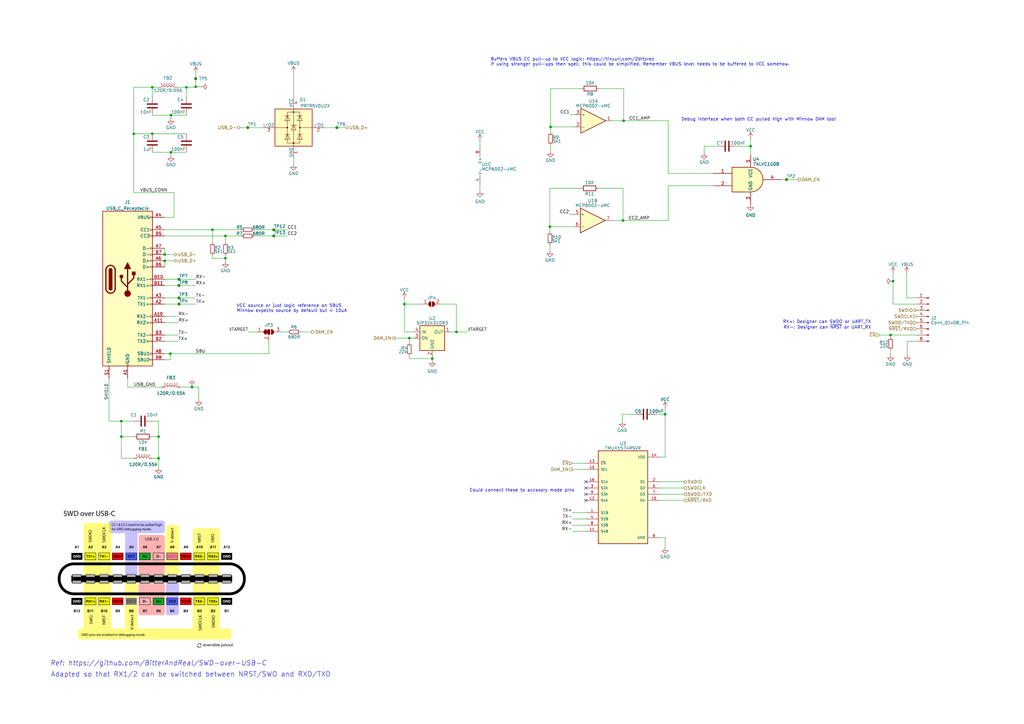
<source format=kicad_sch>
(kicad_sch (version 20230121) (generator eeschema)
  (paper "A3")
  (title_block (title "SWD over DAM (Debug Accessory Mode) Example Board") (date "2023-05-16") (rev "0") (company "JBR Engineering Research Ltd") (comment 1 "J.Whittington 2023") (comment 2 "Based on https://github.com/BitterAndReal/SWD-over-USB-C/blob/main/Schematic_DAM_detection.pdf"))
  (lib_symbols
    (symbol "74xGxx:74LVC1G08"
      (property "Reference" "U" (at -5.08 7.62 0))
      (property "Value" "74LVC1G08" (at 7.62 -7.62 0))
      (symbol "74LVC1G08_0_1"
        (arc (start 0 -5.08) (mid 5.0579 0) (end 0 5.08) (stroke (width 0.254)) (fill (type background)))
        (polyline (pts (xy 0 -5.08) (xy -7.62 -5.08) (xy -7.62 5.08) (xy 0 5.08)) (stroke (width 0.254)) (fill (type background)))
      )
      (symbol "74LVC1G08_1_1"
        (pin input line (at -15.24 2.54 0) (length 7.62) (name "~") (number "1"))
        (pin input line (at -15.24 -2.54 0) (length 7.62) (name "~") (number "2"))
        (pin power_in line (at 0 -10.16 90) (length 5.08) (name "GND") (number "3"))
        (pin output line (at 12.7 0 180) (length 7.62) (name "~") (number "4"))
        (pin power_in line (at 0 10.16 270) (length 5.08) (name "VCC") (number "5"))
      )
    )
    (symbol "Amplifier_Operational:MCP6002-xMC" (pin_names (offset 0.127))
      (property "Reference" "U" (at 0 5.08 0))
      (property "Value" "MCP6002-xMC" (at 0 -5.08 0))
      (symbol "MCP6002-xMC_1_1"
        (polyline (pts (xy -5.08 5.08) (xy 5.08 0) (xy -5.08 -5.08) (xy -5.08 5.08)) (stroke (width 0.254)) (fill (type background)))
        (pin output line (at 7.62 0 180) (length 2.54) (name "~") (number "1"))
        (pin input line (at -7.62 -2.54 0) (length 2.54) (name "-") (number "2"))
        (pin input line (at -7.62 2.54 0) (length 2.54) (name "+") (number "3"))
      )
      (symbol "MCP6002-xMC_2_1"
        (polyline (pts (xy -5.08 5.08) (xy 5.08 0) (xy -5.08 -5.08) (xy -5.08 5.08)) (stroke (width 0.254)) (fill (type background)))
        (pin input line (at -7.62 2.54 0) (length 2.54) (name "+") (number "5"))
        (pin input line (at -7.62 -2.54 0) (length 2.54) (name "-") (number "6"))
        (pin output line (at 7.62 0 180) (length 2.54) (name "~") (number "7"))
      )
      (symbol "MCP6002-xMC_3_1"
        (pin power_in line (at -2.54 -7.62 90) (length 3.81) (name "V-") (number "4"))
        (pin power_in line (at -2.54 7.62 270) (length 3.81) (name "V+") (number "8"))
        (pin passive line (at -2.54 -7.62 90) (length 3.81) hide (name "V-") (number "9"))
      )
    )
    (symbol "Connector:Conn_01x08_Pin" (pin_names (offset 1.016) hide)
      (property "Reference" "J" (at 0 10.16 0))
      (property "Value" "Conn_01x08_Pin" (at 0 -12.7 0))
      (symbol "Conn_01x08_Pin_1_1"
        (polyline (pts (xy 1.27 -10.16) (xy 0.8636 -10.16)) (stroke (width 0.1524)))
        (polyline (pts (xy 1.27 -7.62) (xy 0.8636 -7.62)) (stroke (width 0.1524)))
        (polyline (pts (xy 1.27 -5.08) (xy 0.8636 -5.08)) (stroke (width 0.1524)))
        (polyline (pts (xy 1.27 -2.54) (xy 0.8636 -2.54)) (stroke (width 0.1524)))
        (polyline (pts (xy 1.27 0) (xy 0.8636 0)) (stroke (width 0.1524)))
        (polyline (pts (xy 1.27 2.54) (xy 0.8636 2.54)) (stroke (width 0.1524)))
        (polyline (pts (xy 1.27 5.08) (xy 0.8636 5.08)) (stroke (width 0.1524)))
        (polyline (pts (xy 1.27 7.62) (xy 0.8636 7.62)) (stroke (width 0.1524)))
        (rectangle (start 0.8636 -10.033) (end 0 -10.287) (stroke (width 0.1524)) (fill (type outline)))
        (rectangle (start 0.8636 -7.493) (end 0 -7.747) (stroke (width 0.1524)) (fill (type outline)))
        (rectangle (start 0.8636 -4.953) (end 0 -5.207) (stroke (width 0.1524)) (fill (type outline)))
        (rectangle (start 0.8636 -2.413) (end 0 -2.667) (stroke (width 0.1524)) (fill (type outline)))
        (rectangle (start 0.8636 0.127) (end 0 -0.127) (stroke (width 0.1524)) (fill (type outline)))
        (rectangle (start 0.8636 2.667) (end 0 2.413) (stroke (width 0.1524)) (fill (type outline)))
        (rectangle (start 0.8636 5.207) (end 0 4.953) (stroke (width 0.1524)) (fill (type outline)))
        (rectangle (start 0.8636 7.747) (end 0 7.493) (stroke (width 0.1524)) (fill (type outline)))
        (pin passive line (at 5.08 7.62 180) (length 3.81) (name "Pin_1") (number "1"))
        (pin passive line (at 5.08 5.08 180) (length 3.81) (name "Pin_2") (number "2"))
        (pin passive line (at 5.08 2.54 180) (length 3.81) (name "Pin_3") (number "3"))
        (pin passive line (at 5.08 0 180) (length 3.81) (name "Pin_4") (number "4"))
        (pin passive line (at 5.08 -2.54 180) (length 3.81) (name "Pin_5") (number "5"))
        (pin passive line (at 5.08 -5.08 180) (length 3.81) (name "Pin_6") (number "6"))
        (pin passive line (at 5.08 -7.62 180) (length 3.81) (name "Pin_7") (number "7"))
        (pin passive line (at 5.08 -10.16 180) (length 3.81) (name "Pin_8") (number "8"))
      )
    )
    (symbol "Connector:TestPoint_Small" (pin_numbers hide) (pin_names (offset 0.762) hide)
      (property "Reference" "TP" (at 0 3.81 0))
      (property "Value" "TestPoint_Small" (at 0 2.032 0))
      (symbol "TestPoint_Small_0_1"
        (circle (center 0 0) (radius 0.508))
      )
      (symbol "TestPoint_Small_1_1"
        (pin passive line (at 0 0 90) (length 0) (name "1") (number "1"))
      )
    )
    (symbol "Connector:USB_C_Receptacle" (pin_names (offset 1.016))
      (property "Reference" "J" (at -10.16 29.21 0))
      (property "Value" "USB_C_Receptacle" (at 10.16 29.21 0))
      (symbol "USB_C_Receptacle_0_0"
        (rectangle (start -0.254 -35.56) (end 0.254 -34.544))
        (rectangle (start 10.16 -32.766) (end 9.144 -33.274))
        (rectangle (start 10.16 -30.226) (end 9.144 -30.734))
        (rectangle (start 10.16 -25.146) (end 9.144 -25.654))
        (rectangle (start 10.16 -22.606) (end 9.144 -23.114))
        (rectangle (start 10.16 -17.526) (end 9.144 -18.034))
        (rectangle (start 10.16 -14.986) (end 9.144 -15.494))
        (rectangle (start 10.16 -9.906) (end 9.144 -10.414))
        (rectangle (start 10.16 -7.366) (end 9.144 -7.874))
        (rectangle (start 10.16 -2.286) (end 9.144 -2.794))
        (rectangle (start 10.16 0.254) (end 9.144 -0.254))
        (rectangle (start 10.16 5.334) (end 9.144 4.826))
        (rectangle (start 10.16 7.874) (end 9.144 7.366))
        (rectangle (start 10.16 10.414) (end 9.144 9.906))
        (rectangle (start 10.16 12.954) (end 9.144 12.446))
        (rectangle (start 10.16 18.034) (end 9.144 17.526))
        (rectangle (start 10.16 20.574) (end 9.144 20.066))
        (rectangle (start 10.16 25.654) (end 9.144 25.146))
      )
      (symbol "USB_C_Receptacle_0_1"
        (rectangle (start -10.16 27.94) (end 10.16 -35.56) (stroke (width 0.254)) (fill (type background)))
        (arc (start -8.89 -3.81) (mid -6.985 -5.7067) (end -5.08 -3.81) (stroke (width 0.508)))
        (arc (start -7.62 -3.81) (mid -6.985 -4.4423) (end -6.35 -3.81) (stroke (width 0.254)))
        (arc (start -7.62 -3.81) (mid -6.985 -4.4423) (end -6.35 -3.81) (stroke (width 0.254)) (fill (type outline)))
        (rectangle (start -7.62 -3.81) (end -6.35 3.81) (stroke (width 0.254)) (fill (type outline)))
        (arc (start -6.35 3.81) (mid -6.985 4.4423) (end -7.62 3.81) (stroke (width 0.254)))
        (arc (start -6.35 3.81) (mid -6.985 4.4423) (end -7.62 3.81) (stroke (width 0.254)) (fill (type outline)))
        (arc (start -5.08 3.81) (mid -6.985 5.7067) (end -8.89 3.81) (stroke (width 0.508)))
        (polyline (pts (xy -8.89 -3.81) (xy -8.89 3.81)) (stroke (width 0.508)))
        (polyline (pts (xy -5.08 3.81) (xy -5.08 -3.81)) (stroke (width 0.508)))
      )
      (symbol "USB_C_Receptacle_1_1"
        (circle (center -2.54 1.143) (radius 0.635) (stroke (width 0.254)) (fill (type outline)))
        (circle (center 0 -5.842) (radius 1.27) (fill (type outline)))
        (polyline (pts (xy 0 -5.842) (xy 0 4.318)) (stroke (width 0.508)))
        (polyline (pts (xy 0 -3.302) (xy -2.54 -0.762) (xy -2.54 0.508)) (stroke (width 0.508)))
        (polyline (pts (xy 0 -2.032) (xy 2.54 0.508) (xy 2.54 1.778)) (stroke (width 0.508)))
        (polyline (pts (xy -1.27 4.318) (xy 0 6.858) (xy 1.27 4.318) (xy -1.27 4.318)) (stroke (width 0.254)) (fill (type outline)))
        (rectangle (start 1.905 1.778) (end 3.175 3.048) (stroke (width 0.254)) (fill (type outline)))
        (pin passive line (at 0 -40.64 90) (length 5.08) (name "GND") (number "A1"))
        (pin bidirectional line (at 15.24 -15.24 180) (length 5.08) (name "RX2-") (number "A10"))
        (pin bidirectional line (at 15.24 -17.78 180) (length 5.08) (name "RX2+") (number "A11"))
        (pin passive line (at 0 -40.64 90) (length 5.08) hide (name "GND") (number "A12"))
        (pin bidirectional line (at 15.24 -10.16 180) (length 5.08) (name "TX1+") (number "A2"))
        (pin bidirectional line (at 15.24 -7.62 180) (length 5.08) (name "TX1-") (number "A3"))
        (pin passive line (at 15.24 25.4 180) (length 5.08) (name "VBUS") (number "A4"))
        (pin bidirectional line (at 15.24 20.32 180) (length 5.08) (name "CC1") (number "A5"))
        (pin bidirectional line (at 15.24 7.62 180) (length 5.08) (name "D+") (number "A6"))
        (pin bidirectional line (at 15.24 12.7 180) (length 5.08) (name "D-") (number "A7"))
        (pin bidirectional line (at 15.24 -30.48 180) (length 5.08) (name "SBU1") (number "A8"))
        (pin passive line (at 15.24 25.4 180) (length 5.08) hide (name "VBUS") (number "A9"))
        (pin passive line (at 0 -40.64 90) (length 5.08) hide (name "GND") (number "B1"))
        (pin bidirectional line (at 15.24 0 180) (length 5.08) (name "RX1-") (number "B10"))
        (pin bidirectional line (at 15.24 -2.54 180) (length 5.08) (name "RX1+") (number "B11"))
        (pin passive line (at 0 -40.64 90) (length 5.08) hide (name "GND") (number "B12"))
        (pin bidirectional line (at 15.24 -25.4 180) (length 5.08) (name "TX2+") (number "B2"))
        (pin bidirectional line (at 15.24 -22.86 180) (length 5.08) (name "TX2-") (number "B3"))
        (pin passive line (at 15.24 25.4 180) (length 5.08) hide (name "VBUS") (number "B4"))
        (pin bidirectional line (at 15.24 17.78 180) (length 5.08) (name "CC2") (number "B5"))
        (pin bidirectional line (at 15.24 5.08 180) (length 5.08) (name "D+") (number "B6"))
        (pin bidirectional line (at 15.24 10.16 180) (length 5.08) (name "D-") (number "B7"))
        (pin bidirectional line (at 15.24 -33.02 180) (length 5.08) (name "SBU2") (number "B8"))
        (pin passive line (at 15.24 25.4 180) (length 5.08) hide (name "VBUS") (number "B9"))
        (pin passive line (at -7.62 -40.64 90) (length 5.08) (name "SHIELD") (number "S1"))
      )
    )
    (symbol "Device:C" (pin_numbers hide) (pin_names (offset 0.254))
      (property "Reference" "C" (at 0.635 2.54 0))
      (property "Value" "C" (at 0.635 -2.54 0))
      (symbol "C_0_1"
        (polyline (pts (xy -2.032 -0.762) (xy 2.032 -0.762)) (stroke (width 0.508)))
        (polyline (pts (xy -2.032 0.762) (xy 2.032 0.762)) (stroke (width 0.508)))
      )
      (symbol "C_1_1"
        (pin passive line (at 0 3.81 270) (length 2.794) (name "~") (number "1"))
        (pin passive line (at 0 -3.81 90) (length 2.794) (name "~") (number "2"))
      )
    )
    (symbol "Device:L_Ferrite" (pin_numbers hide) (pin_names (offset 1.016) hide)
      (property "Reference" "L" (at -1.27 0 90))
      (property "Value" "L_Ferrite" (at 2.794 0 90))
      (symbol "L_Ferrite_0_1"
        (arc (start 0 -2.54) (mid 0.6323 -1.905) (end 0 -1.27))
        (arc (start 0 -1.27) (mid 0.6323 -0.635) (end 0 0))
        (polyline (pts (xy 1.016 -2.794) (xy 1.016 -2.286)))
        (polyline (pts (xy 1.016 -1.778) (xy 1.016 -1.27)))
        (polyline (pts (xy 1.016 -0.762) (xy 1.016 -0.254)))
        (polyline (pts (xy 1.016 0.254) (xy 1.016 0.762)))
        (polyline (pts (xy 1.016 1.27) (xy 1.016 1.778)))
        (polyline (pts (xy 1.016 2.286) (xy 1.016 2.794)))
        (polyline (pts (xy 1.524 -2.286) (xy 1.524 -2.794)))
        (polyline (pts (xy 1.524 -1.27) (xy 1.524 -1.778)))
        (polyline (pts (xy 1.524 -0.254) (xy 1.524 -0.762)))
        (polyline (pts (xy 1.524 0.762) (xy 1.524 0.254)))
        (polyline (pts (xy 1.524 1.778) (xy 1.524 1.27)))
        (polyline (pts (xy 1.524 2.794) (xy 1.524 2.286)))
        (arc (start 0 0) (mid 0.6323 0.635) (end 0 1.27))
        (arc (start 0 1.27) (mid 0.6323 1.905) (end 0 2.54))
      )
      (symbol "L_Ferrite_1_1"
        (pin passive line (at 0 3.81 270) (length 1.27) (name "1") (number "1"))
        (pin passive line (at 0 -3.81 90) (length 1.27) (name "2") (number "2"))
      )
    )
    (symbol "Device:R" (pin_numbers hide) (pin_names (offset 0))
      (property "Reference" "R" (at 2.032 0 90))
      (property "Value" "R" (at 0 0 90))
      (symbol "R_0_1"
        (rectangle (start -1.016 -2.54) (end 1.016 2.54) (stroke (width 0.254)))
      )
      (symbol "R_1_1"
        (pin passive line (at 0 3.81 270) (length 1.27) (name "~") (number "1"))
        (pin passive line (at 0 -3.81 90) (length 1.27) (name "~") (number "2"))
      )
    )
    (symbol "Device:R_Small" (pin_numbers hide) (pin_names (offset 0.254) hide)
      (property "Reference" "R" (at 0.762 0.508 0))
      (property "Value" "R_Small" (at 0.762 -1.016 0))
      (symbol "R_Small_0_1"
        (rectangle (start -0.762 1.778) (end 0.762 -1.778) (stroke (width 0.2032)))
      )
      (symbol "R_Small_1_1"
        (pin passive line (at 0 2.54 270) (length 0.762) (name "~") (number "1"))
        (pin passive line (at 0 -2.54 90) (length 0.762) (name "~") (number "2"))
      )
    )
    (symbol "Jumper:SolderJumper_2_Open" (pin_names (offset 0) hide)
      (property "Reference" "JP" (at 0 2.032 0))
      (property "Value" "SolderJumper_2_Open" (at 0 -2.54 0))
      (symbol "SolderJumper_2_Open_0_1"
        (arc (start -0.254 1.016) (mid -1.2656 0) (end -0.254 -1.016))
        (arc (start -0.254 1.016) (mid -1.2656 0) (end -0.254 -1.016) (fill (type outline)))
        (polyline (pts (xy -0.254 1.016) (xy -0.254 -1.016)))
        (polyline (pts (xy 0.254 1.016) (xy 0.254 -1.016)))
        (arc (start 0.254 -1.016) (mid 1.2656 0) (end 0.254 1.016))
        (arc (start 0.254 -1.016) (mid 1.2656 0) (end 0.254 1.016) (fill (type outline)))
      )
      (symbol "SolderJumper_2_Open_1_1"
        (pin passive line (at -3.81 0 0) (length 2.54) (name "A") (number "1"))
        (pin passive line (at 3.81 0 180) (length 2.54) (name "B") (number "2"))
      )
    )
    (symbol "Jumper:SolderJumper_3_Bridged12" (pin_names (offset 0) hide)
      (property "Reference" "JP" (at -2.54 -2.54 0))
      (property "Value" "SolderJumper_3_Bridged12" (at 0 2.794 0))
      (symbol "SolderJumper_3_Bridged12_0_1"
        (rectangle (start -1.016 0.508) (end -0.508 -0.508) (fill (type outline)))
        (arc (start -1.016 1.016) (mid -2.0276 0) (end -1.016 -1.016))
        (arc (start -1.016 1.016) (mid -2.0276 0) (end -1.016 -1.016) (fill (type outline)))
        (rectangle (start -0.508 1.016) (end 0.508 -1.016) (fill (type outline)))
        (polyline (pts (xy -2.54 0) (xy -2.032 0)))
        (polyline (pts (xy -1.016 1.016) (xy -1.016 -1.016)))
        (polyline (pts (xy 0 -1.27) (xy 0 -1.016)))
        (polyline (pts (xy 1.016 1.016) (xy 1.016 -1.016)))
        (polyline (pts (xy 2.54 0) (xy 2.032 0)))
        (arc (start 1.016 -1.016) (mid 2.0276 0) (end 1.016 1.016))
        (arc (start 1.016 -1.016) (mid 2.0276 0) (end 1.016 1.016) (fill (type outline)))
      )
      (symbol "SolderJumper_3_Bridged12_1_1"
        (pin passive line (at -5.08 0 0) (length 2.54) (name "A") (number "1"))
        (pin passive line (at 0 -3.81 90) (length 2.54) (name "C") (number "2"))
        (pin passive line (at 5.08 0 180) (length 2.54) (name "B") (number "3"))
      )
    )
    (symbol "Power_Management:SiP32431DR3"
      (property "Reference" "U" (at 0 8.89 0))
      (property "Value" "SiP32431DR3" (at 0 6.35 0))
      (symbol "SiP32431DR3_0_1"
        (rectangle (start -5.08 5.08) (end 5.08 -5.08) (stroke (width 0.254)) (fill (type background)))
      )
      (symbol "SiP32431DR3_1_1"
        (pin passive line (at 7.62 2.54 180) (length 2.54) (name "OUT") (number "1"))
        (pin power_in line (at 0 -7.62 90) (length 2.54) (name "GND") (number "2"))
        (pin input line (at -7.62 0 0) (length 2.54) (name "ON") (number "3"))
        (pin passive line (at -7.62 2.54 0) (length 2.54) (name "IN") (number "4"))
        (pin passive line (at 0 -7.62 90) (length 2.54) hide (name "GND") (number "5"))
        (pin no_connect line (at 5.08 0 180) (length 2.54) hide (name "NC") (number "6"))
      )
    )
    (symbol "Power_Protection:PRTR5V0U2X" (pin_names (offset 0))
      (property "Reference" "D" (at 2.794 8.636 0))
      (property "Value" "PRTR5V0U2X" (at 8.128 -9.398 0))
      (symbol "PRTR5V0U2X_0_1"
        (rectangle (start -7.62 -7.62) (end 7.62 7.62) (stroke (width 0.254)) (fill (type background)))
        (circle (center -2.54 0) (radius 0.254) (fill (type outline)))
        (rectangle (start -2.54 6.35) (end 2.54 -6.35))
        (circle (center 0 -6.35) (radius 0.254) (fill (type outline)))
        (polyline (pts (xy -2.54 0) (xy -7.62 0)))
        (polyline (pts (xy -1.524 -2.794) (xy -3.556 -2.794)))
        (polyline (pts (xy -1.524 4.826) (xy -3.556 4.826)))
        (polyline (pts (xy 0 -7.62) (xy 0 7.62)))
        (polyline (pts (xy 1.524 -2.794) (xy 3.556 -2.794)))
        (polyline (pts (xy 1.524 4.826) (xy 3.556 4.826)))
        (polyline (pts (xy 2.54 0) (xy 7.62 0)))
        (polyline (pts (xy 1.016 1.016) (xy -1.016 1.016) (xy -1.016 0.508)))
        (polyline (pts (xy -3.556 -4.826) (xy -1.524 -4.826) (xy -2.54 -2.794) (xy -3.556 -4.826)))
        (polyline (pts (xy -3.556 2.794) (xy -1.524 2.794) (xy -2.54 4.826) (xy -3.556 2.794)))
        (polyline (pts (xy -1.016 -1.016) (xy 1.016 -1.016) (xy 0 1.016) (xy -1.016 -1.016)))
        (polyline (pts (xy 3.556 -4.826) (xy 1.524 -4.826) (xy 2.54 -2.794) (xy 3.556 -4.826)))
        (polyline (pts (xy 3.556 2.794) (xy 1.524 2.794) (xy 2.54 4.826) (xy 3.556 2.794)))
        (circle (center 0 6.35) (radius 0.254) (fill (type outline)))
        (circle (center 2.54 0) (radius 0.254) (fill (type outline)))
      )
      (symbol "PRTR5V0U2X_1_1"
        (pin passive line (at 0 -12.7 90) (length 5.08) (name "GND") (number "1"))
        (pin passive line (at -12.7 0 0) (length 5.08) (name "I/O1") (number "2"))
        (pin passive line (at 12.7 0 180) (length 5.08) (name "I/O2") (number "3"))
        (pin passive line (at 0 12.7 270) (length 5.08) (name "VCC") (number "4"))
      )
    )
    (symbol "TMUX1574RSVR:TMUX1574RSVR" (pin_names (offset 1.016))
      (property "Reference" "U" (at -10.16 21.082 0))
      (property "Value" "TMUX1574RSVR" (at -10.16 -20.32 0))
      (symbol "TMUX1574RSVR_0_0"
        (rectangle (start -10.16 -17.78) (end 10.16 20.32) (stroke (width 0.254)) (fill (type background)))
        (pin bidirectional line (at -15.24 -5.08 0) (length 5.08) (name "S1B") (number "1"))
        (pin bidirectional line (at 15.24 0 180) (length 5.08) (name "D4") (number "10"))
        (pin bidirectional line (at -15.24 -12.7 0) (length 5.08) (name "S4B") (number "11"))
        (pin bidirectional line (at -15.24 0 0) (length 5.08) (name "S4A") (number "12"))
        (pin input line (at -15.24 15.24 0) (length 5.08) (name "~{EN}") (number "13"))
        (pin power_in line (at 15.24 17.78 180) (length 5.08) (name "VDD") (number "14"))
        (pin input line (at -15.24 12.7 0) (length 5.08) (name "SEL") (number "15"))
        (pin bidirectional line (at -15.24 7.62 0) (length 5.08) (name "S1A") (number "16"))
        (pin bidirectional line (at 15.24 7.62 180) (length 5.08) (name "D1") (number "2"))
        (pin bidirectional line (at -15.24 5.08 0) (length 5.08) (name "S2A") (number "3"))
        (pin bidirectional line (at -15.24 -7.62 0) (length 5.08) (name "S2B") (number "4"))
        (pin bidirectional line (at 15.24 5.08 180) (length 5.08) (name "D2") (number "5"))
        (pin power_in line (at 15.24 -15.24 180) (length 5.08) (name "GND") (number "6"))
        (pin bidirectional line (at 15.24 2.54 180) (length 5.08) (name "D3") (number "7"))
        (pin bidirectional line (at -15.24 -10.16 0) (length 5.08) (name "S3B") (number "8"))
        (pin bidirectional line (at -15.24 2.54 0) (length 5.08) (name "S3A") (number "9"))
      )
    )
    (symbol "power:GND" (power) (pin_names (offset 0))
      (property "Value" "GND" (at 0 -3.81 0))
      (symbol "GND_0_1"
        (polyline (pts (xy 0 0) (xy 0 -1.27) (xy 1.27 -1.27) (xy 0 -2.54) (xy -1.27 -1.27) (xy 0 -1.27)))
      )
      (symbol "GND_1_1"
        (pin power_in line (at 0 0 270) (length 0) hide (name "GND") (number "1"))
      )
    )
    (symbol "power:PWR_FLAG" (power) (pin_numbers hide) (pin_names (offset 0) hide)
      (property "Value" "PWR_FLAG" (at 0 3.81 0))
      (symbol "PWR_FLAG_0_0"
        (pin power_out line (at 0 0 90) (length 0) (name "pwr") (number "1"))
      )
      (symbol "PWR_FLAG_0_1"
        (polyline (pts (xy 0 0) (xy 0 1.27) (xy -1.016 1.905) (xy 0 2.54) (xy 1.016 1.905) (xy 0 1.27)))
      )
    )
    (symbol "power:VBUS" (power) (pin_names (offset 0))
      (property "Value" "VBUS" (at 0 3.81 0))
      (symbol "VBUS_0_1"
        (polyline (pts (xy -0.762 1.27) (xy 0 2.54)))
        (polyline (pts (xy 0 0) (xy 0 2.54)))
        (polyline (pts (xy 0 2.54) (xy 0.762 1.27)))
      )
      (symbol "VBUS_1_1"
        (pin power_in line (at 0 0 90) (length 0) hide (name "VBUS") (number "1"))
      )
    )
    (symbol "power:VCC" (power) (pin_names (offset 0))
      (property "Value" "VCC" (at 0 3.81 0))
      (symbol "VCC_0_1"
        (polyline (pts (xy -0.762 1.27) (xy 0 2.54)))
        (polyline (pts (xy 0 0) (xy 0 2.54)))
        (polyline (pts (xy 0 2.54) (xy 0.762 1.27)))
      )
      (symbol "VCC_1_1"
        (pin power_in line (at 0 0 90) (length 0) hide (name "VCC") (number "1"))
      )
    )
  )
  (junction (at 73.406 114.554))
  (junction (at 65.024 187.96))
  (junction (at 307.848 59.944))
  (junction (at 225.806 52.07))
  (junction (at 322.58 73.66))
  (junction (at 78.74 158.75))
  (junction (at 112.268 96.774))
  (junction (at 62.484 35.814))
  (junction (at 138.176 52.324))
  (junction (at 112.268 94.234))
  (junction (at 255.524 90.424))
  (junction (at 67.564 104.394))
  (junction (at 62.484 54.864))
  (junction (at 70.104 62.484))
  (junction (at 365.252 137.414))
  (junction (at 76.454 35.814))
  (junction (at 80.264 32.258))
  (junction (at 73.406 122.174))
  (junction (at 80.264 35.56))
  (junction (at 87.122 94.234))
  (junction (at 255.778 49.53))
  (junction (at 49.784 179.07))
  (junction (at 366.268 115.316))
  (junction (at 49.784 172.72))
  (junction (at 92.456 105.918))
  (junction (at 101.6 52.324))
  (junction (at 187.198 136.144))
  (junction (at 73.406 117.094))
  (junction (at 54.864 54.864))
  (junction (at 272.796 169.926))
  (junction (at 67.564 106.934))
  (junction (at 65.024 179.07))
  (junction (at 73.406 124.714))
  (junction (at 167.894 138.684))
  (junction (at 92.456 96.774))
  (junction (at 69.85 145.034))
  (junction (at 177.292 147.066))
  (junction (at 70.104 47.244))
  (junction (at 165.862 124.714))
  (junction (at 225.552 92.964))
  (no_connect (at 240.284 202.692))
  (no_connect (at 240.284 197.612))
  (no_connect (at 240.284 200.152))
  (no_connect (at 240.284 205.232))
  (wire (pts (xy 49.784 187.96) (xy 49.784 179.07)))
  (wire (pts (xy 54.864 54.864) (xy 62.484 54.864)))
  (wire (pts (xy 187.198 124.714) (xy 187.198 136.144)))
  (wire (pts (xy 62.484 172.72) (xy 65.024 172.72)))
  (wire (pts (xy 225.552 77.216) (xy 225.552 92.964)))
  (wire (pts (xy 62.484 62.484) (xy 70.104 62.484)))
  (wire (pts (xy 196.85 75.692) (xy 196.85 78.232)))
  (wire (pts (xy 62.484 39.624) (xy 62.484 35.814)))
  (wire (pts (xy 272.796 169.926) (xy 272.796 187.452)))
  (wire (pts (xy 191.77 136.144) (xy 187.198 136.144)))
  (wire (pts (xy 320.548 73.66) (xy 322.58 73.66)))
  (wire (pts (xy 67.564 114.554) (xy 73.406 114.554)))
  (wire (pts (xy 245.618 77.216) (xy 255.524 77.216)))
  (wire (pts (xy 73.152 129.794) (xy 67.564 129.794)))
  (wire (pts (xy 234.696 212.852) (xy 240.284 212.852)))
  (wire (pts (xy 52.324 155.194) (xy 52.324 158.75)))
  (wire (pts (xy 65.024 187.96) (xy 65.024 191.77)))
  (wire (pts (xy 44.704 155.194) (xy 44.704 172.72)))
  (wire (pts (xy 365.252 143.51) (xy 365.252 145.542)))
  (wire (pts (xy 167.894 145.796) (xy 167.894 147.066)))
  (wire (pts (xy 165.862 124.714) (xy 165.862 136.144)))
  (wire (pts (xy 87.122 94.234) (xy 99.06 94.234)))
  (wire (pts (xy 67.564 117.094) (xy 73.406 117.094)))
  (wire (pts (xy 272.796 220.472) (xy 272.796 224.536)))
  (wire (pts (xy 54.864 187.96) (xy 49.784 187.96)))
  (wire (pts (xy 187.198 136.144) (xy 184.912 136.144)))
  (wire (pts (xy 196.85 57.658) (xy 196.85 60.452)))
  (wire (pts (xy 270.764 220.472) (xy 272.796 220.472)))
  (wire (pts (xy 80.264 29.972) (xy 80.264 32.258)))
  (wire (pts (xy 92.456 96.774) (xy 99.06 96.774)))
  (wire (pts (xy 270.764 202.692) (xy 280.416 202.692)))
  (wire (pts (xy 255.524 77.216) (xy 255.524 90.424)))
  (wire (pts (xy 62.484 179.07) (xy 65.024 179.07)))
  (wire (pts (xy 67.564 147.574) (xy 69.85 147.574)))
  (wire (pts (xy 62.484 54.864) (xy 76.454 54.864)))
  (wire (pts (xy 366.268 112.014) (xy 366.268 115.316)))
  (wire (pts (xy 54.864 179.07) (xy 49.784 179.07)))
  (wire (pts (xy 73.406 124.714) (xy 80.264 124.714)))
  (wire (pts (xy 302.006 59.944) (xy 307.848 59.944)))
  (wire (pts (xy 104.14 96.774) (xy 112.268 96.774)))
  (wire (pts (xy 133.096 52.324) (xy 138.176 52.324)))
  (wire (pts (xy 371.856 112.014) (xy 371.856 122.174)))
  (wire (pts (xy 70.104 62.484) (xy 76.454 62.484)))
  (wire (pts (xy 250.698 90.424) (xy 255.524 90.424)))
  (wire (pts (xy 69.85 147.574) (xy 69.85 145.034)))
  (wire (pts (xy 162.052 138.684) (xy 167.894 138.684)))
  (wire (pts (xy 52.324 158.75) (xy 66.294 158.75)))
  (wire (pts (xy 73.406 122.174) (xy 80.264 122.174)))
  (wire (pts (xy 167.894 147.066) (xy 177.292 147.066)))
  (wire (pts (xy 62.484 47.244) (xy 70.104 47.244)))
  (wire (pts (xy 255.27 169.926) (xy 255.27 172.72)))
  (wire (pts (xy 82.296 35.56) (xy 80.264 35.56)))
  (wire (pts (xy 238.252 36.322) (xy 225.806 36.322)))
  (wire (pts (xy 67.564 109.474) (xy 67.564 106.934)))
  (wire (pts (xy 67.564 89.154) (xy 71.374 89.154)))
  (wire (pts (xy 67.564 101.854) (xy 67.564 104.394)))
  (wire (pts (xy 87.122 99.568) (xy 87.122 94.234)))
  (wire (pts (xy 255.778 36.322) (xy 255.778 49.53)))
  (wire (pts (xy 225.806 52.07) (xy 235.712 52.07)))
  (wire (pts (xy 234.696 210.312) (xy 240.284 210.312)))
  (wire (pts (xy 67.564 124.714) (xy 73.406 124.714)))
  (wire (pts (xy 234.696 215.392) (xy 240.284 215.392)))
  (wire (pts (xy 54.864 35.814) (xy 54.864 54.864)))
  (wire (pts (xy 54.864 172.72) (xy 49.784 172.72)))
  (wire (pts (xy 372.11 139.954) (xy 375.92 139.954)))
  (wire (pts (xy 177.292 146.304) (xy 177.292 147.066)))
  (wire (pts (xy 274.066 71.12) (xy 292.608 71.12)))
  (wire (pts (xy 92.456 104.648) (xy 92.456 105.918)))
  (wire (pts (xy 65.024 172.72) (xy 65.024 179.07)))
  (wire (pts (xy 69.85 145.034) (xy 110.236 145.034)))
  (wire (pts (xy 270.764 200.152) (xy 280.416 200.152)))
  (wire (pts (xy 72.644 35.814) (xy 76.454 35.814)))
  (wire (pts (xy 165.862 124.714) (xy 173.228 124.714)))
  (wire (pts (xy 118.11 136.144) (xy 115.316 136.144)))
  (wire (pts (xy 270.764 187.452) (xy 272.796 187.452)))
  (wire (pts (xy 268.478 169.926) (xy 272.796 169.926)))
  (wire (pts (xy 80.264 32.258) (xy 80.264 35.56)))
  (wire (pts (xy 98.552 52.324) (xy 101.6 52.324)))
  (wire (pts (xy 307.848 56.896) (xy 307.848 59.944)))
  (wire (pts (xy 92.456 105.918) (xy 92.456 107.188)))
  (wire (pts (xy 70.104 62.484) (xy 70.104 63.754)))
  (wire (pts (xy 233.68 46.99) (xy 235.712 46.99)))
  (wire (pts (xy 234.696 192.532) (xy 240.284 192.532)))
  (wire (pts (xy 73.152 137.414) (xy 67.564 137.414)))
  (wire (pts (xy 65.024 187.96) (xy 65.024 179.07)))
  (wire (pts (xy 70.104 47.244) (xy 70.104 48.514)))
  (wire (pts (xy 274.066 90.424) (xy 274.066 76.2)))
  (wire (pts (xy 80.264 35.56) (xy 80.264 35.814)))
  (wire (pts (xy 101.854 136.144) (xy 105.156 136.144)))
  (wire (pts (xy 67.564 94.234) (xy 87.122 94.234)))
  (wire (pts (xy 225.552 100.33) (xy 225.552 102.87)))
  (wire (pts (xy 234.696 217.932) (xy 240.284 217.932)))
  (wire (pts (xy 54.864 54.864) (xy 54.864 78.994)))
  (wire (pts (xy 371.856 122.174) (xy 375.92 122.174)))
  (wire (pts (xy 76.454 35.814) (xy 76.454 39.624)))
  (wire (pts (xy 255.778 49.53) (xy 274.066 49.53)))
  (wire (pts (xy 165.862 122.428) (xy 165.862 124.714)))
  (wire (pts (xy 101.6 52.324) (xy 107.696 52.324)))
  (wire (pts (xy 120.396 65.024) (xy 120.396 67.31)))
  (wire (pts (xy 92.456 99.568) (xy 92.456 96.774)))
  (wire (pts (xy 225.552 92.964) (xy 225.552 95.25)))
  (wire (pts (xy 237.998 77.216) (xy 225.552 77.216)))
  (wire (pts (xy 167.894 138.684) (xy 167.894 140.716)))
  (wire (pts (xy 67.564 122.174) (xy 73.406 122.174)))
  (wire (pts (xy 54.864 78.994) (xy 71.374 78.994)))
  (wire (pts (xy 260.858 169.926) (xy 255.27 169.926)))
  (wire (pts (xy 366.268 124.714) (xy 375.92 124.714)))
  (wire (pts (xy 366.268 115.316) (xy 366.268 124.714)))
  (wire (pts (xy 73.152 132.334) (xy 67.564 132.334)))
  (wire (pts (xy 274.066 76.2) (xy 292.608 76.2)))
  (wire (pts (xy 71.374 78.994) (xy 71.374 89.154)))
  (wire (pts (xy 307.848 59.944) (xy 307.848 63.5)))
  (wire (pts (xy 62.484 187.96) (xy 65.024 187.96)))
  (wire (pts (xy 255.524 90.424) (xy 274.066 90.424)))
  (wire (pts (xy 272.796 167.386) (xy 272.796 169.926)))
  (wire (pts (xy 225.806 36.322) (xy 225.806 52.07)))
  (wire (pts (xy 44.704 172.72) (xy 49.784 172.72)))
  (wire (pts (xy 80.264 35.814) (xy 76.454 35.814)))
  (wire (pts (xy 294.386 59.944) (xy 288.798 59.944)))
  (wire (pts (xy 110.236 145.034) (xy 110.236 139.954)))
  (wire (pts (xy 112.268 94.234) (xy 117.856 94.234)))
  (wire (pts (xy 225.806 52.07) (xy 225.806 54.356)))
  (wire (pts (xy 167.894 138.684) (xy 169.672 138.684)))
  (wire (pts (xy 67.564 104.394) (xy 71.374 104.394)))
  (wire (pts (xy 365.252 138.43) (xy 365.252 137.414)))
  (wire (pts (xy 250.952 49.53) (xy 255.778 49.53)))
  (wire (pts (xy 270.764 205.232) (xy 280.416 205.232)))
  (wire (pts (xy 87.122 104.648) (xy 87.122 105.918)))
  (wire (pts (xy 120.396 29.718) (xy 120.396 39.624)))
  (wire (pts (xy 270.764 197.612) (xy 280.416 197.612)))
  (wire (pts (xy 225.552 92.964) (xy 235.458 92.964)))
  (wire (pts (xy 67.564 106.934) (xy 71.374 106.934)))
  (wire (pts (xy 233.426 87.884) (xy 235.458 87.884)))
  (wire (pts (xy 73.406 114.554) (xy 80.264 114.554)))
  (wire (pts (xy 76.454 47.244) (xy 70.104 47.244)))
  (wire (pts (xy 73.914 158.75) (xy 78.74 158.75)))
  (wire (pts (xy 78.74 158.75) (xy 81.534 158.75)))
  (wire (pts (xy 73.152 139.954) (xy 67.564 139.954)))
  (wire (pts (xy 372.11 145.542) (xy 372.11 139.954)))
  (wire (pts (xy 245.872 36.322) (xy 255.778 36.322)))
  (wire (pts (xy 177.292 147.066) (xy 177.292 147.828)))
  (wire (pts (xy 112.268 96.774) (xy 117.856 96.774)))
  (wire (pts (xy 365.252 137.414) (xy 375.92 137.414)))
  (wire (pts (xy 274.066 49.53) (xy 274.066 71.12)))
  (wire (pts (xy 225.806 59.436) (xy 225.806 61.976)))
  (wire (pts (xy 138.176 52.324) (xy 141.732 52.324)))
  (wire (pts (xy 81.534 158.75) (xy 81.534 163.83)))
  (wire (pts (xy 49.784 179.07) (xy 49.784 172.72)))
  (wire (pts (xy 104.14 94.234) (xy 112.268 94.234)))
  (wire (pts (xy 62.484 35.814) (xy 54.864 35.814)))
  (wire (pts (xy 67.564 96.774) (xy 92.456 96.774)))
  (wire (pts (xy 62.484 35.814) (xy 65.024 35.814)))
  (wire (pts (xy 67.564 145.034) (xy 69.85 145.034)))
  (wire (pts (xy 234.696 189.992) (xy 240.284 189.992)))
  (wire (pts (xy 87.122 105.918) (xy 92.456 105.918)))
  (wire (pts (xy 322.58 73.66) (xy 327.406 73.66)))
  (wire (pts (xy 180.848 124.714) (xy 187.198 124.714)))
  (wire (pts (xy 73.406 117.094) (xy 80.264 117.094)))
  (wire (pts (xy 127.762 136.144) (xy 123.19 136.144)))
  (wire (pts (xy 288.798 59.944) (xy 288.798 62.738)))
  (wire (pts (xy 165.862 136.144) (xy 169.672 136.144)))
  (wire (pts (xy 360.68 137.414) (xy 365.252 137.414)))
  (image (at 62.2808 236.982) (scale 0.419017))
  (text "Ref: https://github.com/BitterAndReal/SWD-over-USB-C" (at 20.574 273.304 0) (effects (font (size 2 2) italic) (justify left bottom)))
  (text "VCC source or just logic reference on SBUS\nMinnow expects source by default but < 10uA" (at 97.028 128.27 0) (effects (font (size 1.27 1.27)) (justify left bottom)))
  (text "RX-: Designer can ~{NRST} or UART_RX" (at 321.31 135.128 0) (effects (font (size 1.27 1.27)) (justify left bottom)))
  (text "Could connect these to accssory mode pins" (at 192.532 201.93 0) (effects (font (size 1.27 1.27)) (justify left bottom)))
  (text "Debug interface when both CC pulled high with Minnow DAM tool" (at 279.4 49.784 0) (effects (font (size 1.27 1.27)) (justify left bottom)))
  (text "Buffers VBUS CC pull-up to VCC logic: https://tinyurl.com/2drtzrez\nIf using stronger pull-ups then spec, this could be simplified. Remember VBUS level needs to be buffered to VCC somehow." (at 201.168 27.178 0) (effects (font (size 1.27 1.27)) (justify left bottom)))
  (text "RX+: Designer can SWDO or UART_TX" (at 321.056 132.842 0) (effects (font (size 1.27 1.27)) (justify left bottom)))
  (text "Adapted so that RX1/2 can be switched between NRST/SWO and RXD/TXD" (at 20.828 277.876 0) (effects (font (size 2 2)) (justify left bottom)))
  (label "VTARGET" (at 101.854 136.144 180))
  (label "RX+" (at 80.264 117.094 0))
  (label "CC2" (at 117.856 96.774 0))
  (label "USB_GND" (at 54.864 158.75 0))
  (label "TX-" (at 80.264 122.174 0))
  (label "TX-" (at 234.696 212.852 180))
  (label "RX+" (at 73.152 132.334 0))
  (label "SBU" (at 80.264 145.034 0))
  (label "CC1" (at 233.68 46.99 180))
  (label "VBUS_CONN" (at 57.404 78.994 0))
  (label "RX-" (at 80.264 114.554 0))
  (label "TX+" (at 80.264 124.714 0))
  (label "CC1" (at 117.856 94.234 0))
  (label "TX+" (at 234.696 210.312 180))
  (label "RX-" (at 234.696 217.932 180))
  (label "TX+" (at 73.152 139.954 0))
  (label "VTARGET" (at 191.77 136.144 0))
  (label "TX-" (at 73.152 137.414 0))
  (label "CC2_AMP" (at 266.446 90.424 180))
  (label "SHIELD" (at 44.704 157.226 270))
  (label "RX+" (at 234.696 215.392 180))
  (label "CC1_AMP" (at 266.7 49.53 180))
  (label "CC2" (at 233.426 87.884 180))
  (label "RX-" (at 73.152 129.794 0))
  (hierarchical_label "~{NRST}{slash}RXD" (shape input) (at 280.416 205.232 0))
  (hierarchical_label "DAM_EN" (shape output) (at 162.052 138.684 180))
  (hierarchical_label "DAM_EN" (shape output) (at 234.696 192.532 180))
  (hierarchical_label "USB_D-" (shape bidirectional) (at 71.374 104.394 0))
  (hierarchical_label "USB_D-" (shape bidirectional) (at 98.552 52.324 180))
  (hierarchical_label "DAM_EN" (shape output) (at 127.762 136.144 0))
  (hierarchical_label "SWDIO" (shape bidirectional) (at 375.92 127.254 180))
  (hierarchical_label "SWDO{slash}TXD" (shape input) (at 280.416 202.692 0))
  (hierarchical_label "USB_D+" (shape bidirectional) (at 141.732 52.324 0))
  (hierarchical_label "SWDCLK" (shape input) (at 375.92 129.794 180))
  (hierarchical_label "SWDIO" (shape bidirectional) (at 280.416 197.612 0))
  (hierarchical_label "DAM_EN" (shape output) (at 327.406 73.66 0))
  (hierarchical_label "SWDCLK" (shape input) (at 280.416 200.152 0))
  (hierarchical_label "~{EN}" (shape input) (at 360.68 137.414 180))
  (hierarchical_label "~{NRST}{slash}RXD" (shape input) (at 375.92 134.874 180))
  (hierarchical_label "~{EN}" (shape input) (at 234.696 189.992 180))
  (hierarchical_label "SWDO{slash}TXD" (shape input) (at 375.92 132.334 180))
  (hierarchical_label "USB_D+" (shape bidirectional) (at 71.374 106.934 0))
  (symbol (lib_id "power:GND") (at 225.806 61.976 0) (unit 1)
    (property "Reference" "#PWR019" (effects hide))
    (property "Value" "GND" (at 225.806 65.786 0))
  )
  (symbol (lib_id "Device:R_Small") (at 225.806 56.896 0) (unit 1)
    (property "Reference" "R9" (at 226.568 56.388 0) (effects (justify left)))
    (property "Value" "5k1" (at 226.568 57.912 0) (effects (justify left)))
    (property "Footprint" "Resistor_SMD:R_0603_1608Metric" (effects hide))
    (property "Characteristics" "1%" (effects hide))
    (property "Notes" "USB legacy mode" (effects hide))
  )
  (symbol (lib_id "Connector:TestPoint_Small") (at 73.406 124.714 0) (unit 1)
    (property "Reference" "TP4" (at 73.406 123.444 0) (effects (justify left)))
    (property "Value" "TestPoint" (effects hide))
    (property "Footprint" "tuna-f1sh/jbr-kicad/Misc.pretty:TestPoint_Pad_D1.0mm_Tight" (effects hide))
    (property "Config" "nofit" (effects hide))
  )
  (symbol (lib_id "Connector:TestPoint_Small") (at 112.268 96.774 0) (unit 1)
    (property "Reference" "TP13" (at 112.268 95.377 0) (effects (justify left)))
    (property "Value" "TestPoint" (effects hide))
    (property "Footprint" "tuna-f1sh/jbr-kicad/Misc.pretty:TestPoint_Pad_D1.0mm_Tight" (effects hide))
    (property "Config" "nofit" (effects hide))
  )
  (symbol (lib_id "Device:C") (at 76.454 58.674 0) (unit 1)
    (property "Reference" "C5" (at 72.644 56.134 0) (effects (justify left)))
    (property "Value" "100nF" (at 70.104 61.214 0) (effects (justify left)))
    (property "Footprint" "Capacitor_SMD:C_0603_1608Metric" (effects hide))
    (property "Characteristics" "X7R 6V" (effects hide))
  )
  (symbol (lib_id "Device:L_Ferrite") (at 58.674 187.96 90) (unit 1)
    (property "Reference" "FB1" (at 58.674 184.15 90))
    (property "Value" "120R/0.55A" (at 58.674 190.5 90))
    (property "Footprint" "Inductor_SMD:L_0603_1608Metric" (effects hide))
    (property "Characteristics" "120R/0.55A" (effects hide))
    (property "Description" "150 Ohms @ 100 MHz 1 Power, Signal Line Ferrite Bead 0603 (1608 Metric) 500mA 250mOhm" (effects hide))
    (property "MFN" "Laird-Signal Integrity Products" (effects hide))
    (property "MPN" "LI0603E151R-10" (effects hide))
    (property "SKU" "240-2366-1-ND" (effects hide))
    (property "Vendor" "Digikey" (effects hide))
  )
  (symbol (lib_id "Power_Protection:PRTR5V0U2X") (at 120.396 52.324 0) (mirror y) (unit 1)
    (property "Reference" "D1" (at 124.206 40.894 0))
    (property "Value" "PRTR5V0U2X" (at 129.286 43.434 0))
    (property "Footprint" "Package_TO_SOT_SMD:SOT-143" (effects hide))
    (property "Datasheet" "https://assets.nexperia.com/documents/data-sheet/PRTR5V0U2X.pdf" (effects hide))
    (property "Description" "Clamp Ipp Tvs Diode Surface Mount SOT-143B" (effects hide))
    (property "MFN" "Nexperia USA Inc." (effects hide))
    (property "MPN" "PRTR5V0U2X,215" (effects hide))
    (property "SKU" "1727-3884-1-ND" (effects hide))
    (property "Vendor" "Digikey" (effects hide))
    (property "Characteristics" "TVS DIODE 5.5VWM SOT143B" (effects hide))
  )
  (symbol (lib_id "Device:R_Small") (at 120.65 136.144 90) (mirror x) (unit 1)
    (property "Reference" "R6" (at 121.92 134.112 90) (effects (justify left)))
    (property "Value" "680R" (at 123.19 138.176 90) (effects (justify left)))
    (property "Footprint" "Resistor_SMD:R_0603_1608Metric" (effects hide))
    (property "Characteristics" "5%" (effects hide))
  )
  (symbol (lib_id "power:VBUS") (at 120.396 29.718 0) (unit 1)
    (property "Reference" "#PWR018" (effects hide))
    (property "Value" "VBUS" (at 120.396 25.908 0))
  )
  (symbol (lib_id "TMUX1574RSVR:TMUX1574RSVR") (at 255.524 205.232 0) (unit 1)
    (property "Reference" "U3" (at 255.524 181.9021 0))
    (property "Value" "TMUX1574RSVR" (at 255.524 183.8231 0))
    (property "Footprint" "tuna-f1sh/jbr-kicad/SnapEDA.pretty:IC_TMUX1574RSVR" (effects hide))
    (property "MFN" "Texas Instruments" (effects hide))
    (property "MPN" "TMUX1574RSVR" (effects hide))
    (property "Description" "4 Circuit IC Switch 2:1 4.5Ohm 16-UQFN (2.6x1.8)" (effects hide))
    (property "Vendor" "Digikey" (effects hide))
    (property "SKU" "296-53445-2-ND" (effects hide))
  )
  (symbol (lib_id "Device:R_Small") (at 92.456 102.108 0) (unit 1)
    (property "Reference" "R3" (at 93.218 101.6 0) (effects (justify left)))
    (property "Value" "5k1" (at 93.218 103.124 0) (effects (justify left)))
    (property "Footprint" "Resistor_SMD:R_0603_1608Metric" (effects hide))
    (property "Characteristics" "1%" (effects hide))
    (property "Notes" "USB legacy mode" (effects hide))
  )
  (symbol (lib_id "Device:R_Small") (at 365.252 140.97 0) (mirror y) (unit 1)
    (property "Reference" "R12" (at 364.49 140.462 0) (effects (justify left)))
    (property "Value" "22k" (at 364.49 141.986 0) (effects (justify left)))
    (property "Footprint" "Resistor_SMD:R_0603_1608Metric" (effects hide))
    (property "Characteristics" "5%" (effects hide))
  )
  (symbol (lib_id "power:VCC") (at 165.862 122.428 0) (unit 1)
    (property "Reference" "#PWR014" (effects hide))
    (property "Value" "VCC" (at 165.862 118.9261 0))
  )
  (symbol (lib_id "power:GND") (at 272.796 224.536 0) (unit 1)
    (property "Reference" "#PWR024" (effects hide))
    (property "Value" "GND" (at 272.796 228.346 0))
  )
  (symbol (lib_id "Device:L_Ferrite") (at 68.834 35.814 90) (unit 1)
    (property "Reference" "FB2" (at 68.834 32.004 90))
    (property "Value" "120R/0.55A" (at 68.834 37.084 90))
    (property "Footprint" "Inductor_SMD:L_0603_1608Metric" (effects hide))
    (property "Characteristics" "120R/0.55A" (effects hide))
    (property "Description" "150 Ohms @ 100 MHz 1 Power, Signal Line Ferrite Bead 0603 (1608 Metric) 500mA 250mOhm" (effects hide))
    (property "MFN" "Laird-Signal Integrity Products" (effects hide))
    (property "MPN" "LI0603E151R-10" (effects hide))
    (property "SKU" "240-2366-1-ND" (effects hide))
    (property "Vendor" "Digikey" (effects hide))
  )
  (symbol (lib_id "Connector:Conn_01x08_Pin") (at 381 129.794 0) (mirror y) (unit 1)
    (property "Reference" "J2" (at 381.7112 130.4203 0) (effects (justify right)))
    (property "Value" "Conn_01x08_Pin" (at 381.7112 132.3413 0) (effects (justify right)))
    (property "Footprint" "Connector_PinHeader_2.54mm:PinHeader_1x08_P2.54mm_Vertical" (effects hide))
    (property "Config" "nofit" (effects hide))
  )
  (symbol (lib_id "Connector:USB_C_Receptacle") (at 52.324 114.554 0) (unit 1)
    (property "Reference" "J1" (at 52.324 82.9142 0))
    (property "Value" "USB_C_Receptacle" (at 52.324 85.4511 0))
    (property "Footprint" "Connector_USB:USB_C_Receptacle_Amphenol_12401610E4-2A" (effects hide))
    (property "Datasheet" "https://media.digikey.com/pdf/Data%20Sheets/Amphenol%20PDFs/12401832E402A_Dwg_RevX1_04-25-17.pdf" (effects hide))
    (property "Description" "USB-C (USB TYPE-C) USB 3.2 Gen 2 (USB 3.1 Gen 2, Superspeed + (USB 3.1)) Receptacle Connector 24 Position Surface Mount, Right Angle; Through Hole" (effects hide))
    (property "MFN" "Amphenol ICC (Commercial Products)" (effects hide))
    (property "MPN" "12401610E4#2A" (effects hide))
    (property "SKU" "12401610E4#2ACT-ND" (effects hide))
    (property "Vendor" "Digkey" (effects hide))
  )
  (symbol (lib_id "power:GND") (at 288.798 62.738 0) (unit 1)
    (property "Reference" "#PWR012" (effects hide))
    (property "Value" "GND" (at 288.798 66.548 0))
  )
  (symbol (lib_id "Connector:TestPoint_Small") (at 112.268 94.234 0) (unit 1)
    (property "Reference" "TP12" (at 112.268 92.837 0) (effects (justify left)))
    (property "Value" "TestPoint" (effects hide))
    (property "Footprint" "tuna-f1sh/jbr-kicad/Misc.pretty:TestPoint_Pad_D1.0mm_Tight" (effects hide))
    (property "Config" "nofit" (effects hide))
  )
  (symbol (lib_id "Amplifier_Operational:MCP6002-xMC") (at 243.078 90.424 0) (unit 2)
    (property "Reference" "U1" (at 243.078 82.3341 0))
    (property "Value" "MCP6002-xMC" (at 243.078 84.2551 0))
    (property "Footprint" "Package_DFN_QFN:DFN-8-1EP_3x2mm_P0.5mm_EP1.75x1.45mm" (effects hide))
    (property "Datasheet" "http://ww1.microchip.com/downloads/en/DeviceDoc/21733j.pdf" (effects hide))
    (property "MFN" "Microchip Technology" (effects hide))
    (property "MPN" "MCP6002T-E/MCTR-ND" (effects hide))
    (property "Description" "General Purpose Amplifier 2 Circuit Rail-to-Rail 8-DFN (2x3)" (effects hide))
    (property "Vendor" "Digkey" (effects hide))
    (property "SKU" "MCP6002T-E/MCTR-ND" (effects hide))
  )
  (symbol (lib_id "Device:C") (at 264.668 169.926 270) (unit 1)
    (property "Reference" "C6" (at 260.35 168.656 90) (effects (justify left)))
    (property "Value" "100nF" (at 266.192 168.656 90) (effects (justify left)))
    (property "Footprint" "Capacitor_SMD:C_0603_1608Metric" (effects hide))
    (property "Characteristics" "X7R 6V" (effects hide))
  )
  (symbol (lib_id "Connector:TestPoint_Small") (at 101.6 52.324 0) (unit 1)
    (property "Reference" "TP1" (at 101.6 50.927 0) (effects (justify left)))
    (property "Value" "TestPoint" (effects hide))
    (property "Footprint" "TestPoint:TestPoint_Pad_D2.0mm" (effects hide))
    (property "Config" "nofit" (effects hide))
  )
  (symbol (lib_id "power:VCC") (at 196.85 57.658 0) (unit 1)
    (property "Reference" "#PWR016" (effects hide))
    (property "Value" "VCC" (at 196.85 54.0822 0))
  )
  (symbol (lib_id "power:PWR_FLAG") (at 366.268 115.316 90) (unit 1)
    (property "Reference" "#FLG03" (effects hide))
    (property "Value" "PWR_FLAG" (effects hide))
  )
  (symbol (lib_id "power:GND") (at 225.552 102.87 0) (unit 1)
    (property "Reference" "#PWR020" (effects hide))
    (property "Value" "GND" (at 225.552 106.68 0))
  )
  (symbol (lib_id "power:VBUS") (at 80.264 29.972 0) (unit 1)
    (property "Reference" "#PWR04" (effects hide))
    (property "Value" "VBUS" (at 80.264 26.162 0))
  )
  (symbol (lib_id "power:GND") (at 65.024 191.77 0) (unit 1)
    (property "Reference" "#PWR01" (effects hide))
    (property "Value" "GND" (at 65.024 195.58 0))
  )
  (symbol (lib_id "Amplifier_Operational:MCP6002-xMC") (at 199.39 68.072 0) (unit 3)
    (property "Reference" "U1" (at 197.485 67.4283 0) (effects (justify left)))
    (property "Value" "MCP6002-xMC" (at 197.485 69.3493 0) (effects (justify left)))
    (property "Footprint" "Package_DFN_QFN:DFN-8-1EP_3x2mm_P0.5mm_EP1.75x1.45mm" (effects hide))
    (property "Datasheet" "http://ww1.microchip.com/downloads/en/DeviceDoc/21733j.pdf" (effects hide))
    (property "MFN" "Microchip Technology" (effects hide))
    (property "MPN" "MCP6002T-E/MCTR-ND" (effects hide))
    (property "Description" "General Purpose Amplifier 2 Circuit Rail-to-Rail 8-DFN (2x3)" (effects hide))
    (property "Vendor" "Digkey" (effects hide))
    (property "SKU" "MCP6002T-E/MCTR-ND" (effects hide))
  )
  (symbol (lib_id "Connector:TestPoint_Small") (at 322.58 73.66 0) (unit 1)
    (property "Reference" "TP2" (at 322.58 72.263 0) (effects (justify left)))
    (property "Value" "TestPoint" (effects hide))
    (property "Footprint" "tuna-f1sh/jbr-kicad/Misc.pretty:TestPoint_Pad_D1.0mm_Tight" (effects hide))
    (property "Config" "nofit" (effects hide))
  )
  (symbol (lib_id "power:VCC") (at 272.796 167.386 0) (unit 1)
    (property "Reference" "#PWR011" (effects hide))
    (property "Value" "VCC" (at 272.796 163.8102 0))
  )
  (symbol (lib_id "Device:L_Ferrite") (at 70.104 158.75 90) (unit 1)
    (property "Reference" "FB3" (at 70.104 154.94 90))
    (property "Value" "120R/0.55A" (at 70.104 161.29 90))
    (property "Footprint" "Inductor_SMD:L_0603_1608Metric" (effects hide))
    (property "Characteristics" "120R/0.55A" (effects hide))
    (property "Description" "150 Ohms @ 100 MHz 1 Power, Signal Line Ferrite Bead 0603 (1608 Metric) 500mA 250mOhm" (effects hide))
    (property "MFN" "Laird-Signal Integrity Products" (effects hide))
    (property "MPN" "LI0603E151R-10" (effects hide))
    (property "SKU" "240-2366-1-ND" (effects hide))
    (property "Vendor" "Digikey" (effects hide))
  )
  (symbol (lib_id "power:GND") (at 92.456 107.188 0) (unit 1)
    (property "Reference" "#PWR07" (effects hide))
    (property "Value" "GND" (at 92.456 110.998 0))
  )
  (symbol (lib_id "Device:C") (at 58.674 172.72 90) (unit 1)
    (property "Reference" "C1" (at 54.864 170.18 90))
    (property "Value" "10nF" (at 62.484 170.18 90))
    (property "Footprint" "Capacitor_SMD:C_0603_1608Metric" (effects hide))
    (property "Characteristics" "X7R 6V" (effects hide))
  )
  (symbol (lib_id "Device:C") (at 62.484 43.434 0) (unit 1)
    (property "Reference" "C2" (at 58.674 40.894 0) (effects (justify left)))
    (property "Value" "10nF" (at 57.404 45.974 0) (effects (justify left)))
    (property "Footprint" "Capacitor_SMD:C_0603_1608Metric" (effects hide))
    (property "Characteristics" "X7R 6V" (effects hide))
  )
  (symbol (lib_id "Connector:TestPoint_Small") (at 138.176 52.324 0) (unit 1)
    (property "Reference" "TP6" (at 138.176 50.927 0) (effects (justify left)))
    (property "Value" "TestPoint" (effects hide))
    (property "Footprint" "TestPoint:TestPoint_Pad_D2.0mm" (effects hide))
    (property "Config" "nofit" (effects hide))
  )
  (symbol (lib_id "Connector:TestPoint_Small") (at 73.406 117.094 0) (unit 1)
    (property "Reference" "TP8" (at 73.406 115.824 0) (effects (justify left)))
    (property "Value" "TestPoint" (effects hide))
    (property "Footprint" "tuna-f1sh/jbr-kicad/Misc.pretty:TestPoint_Pad_D1.0mm_Tight" (effects hide))
    (property "Config" "nofit" (effects hide))
  )
  (symbol (lib_id "power:GND") (at 70.104 48.514 0) (unit 1)
    (property "Reference" "#PWR02" (effects hide))
    (property "Value" "GND" (at 70.104 52.324 0))
  )
  (symbol (lib_id "Device:C") (at 62.484 58.674 0) (unit 1)
    (property "Reference" "C3" (at 58.674 56.134 0) (effects (justify left)))
    (property "Value" "1uF" (at 58.674 61.214 0) (effects (justify left)))
    (property "Footprint" "Capacitor_SMD:C_0603_1608Metric" (effects hide))
    (property "Characteristics" "X5R 25V" (effects hide))
  )
  (symbol (lib_id "Jumper:SolderJumper_3_Bridged12") (at 110.236 136.144 0) (unit 1)
    (property "Reference" "JP3" (at 110.236 133.35 0))
    (property "Value" "SolderJumper_3_Bridged12" (effects hide))
    (property "Footprint" "Jumper:SolderJumper-3_P1.3mm_Bridged12_RoundedPad1.0x1.5mm" (effects hide))
    (property "Config" "nofit" (effects hide))
  )
  (symbol (lib_id "Device:R_Small") (at 101.6 96.774 90) (mirror x) (unit 1)
    (property "Reference" "R7" (at 99.568 95.758 90) (effects (justify left)))
    (property "Value" "680R" (at 108.712 95.758 90) (effects (justify left)))
    (property "Footprint" "Resistor_SMD:R_0603_1608Metric" (effects hide))
    (property "Characteristics" "5%" (effects hide))
  )
  (symbol (lib_id "power:GND") (at 196.85 78.232 0) (unit 1)
    (property "Reference" "#PWR017" (effects hide))
    (property "Value" "GND" (at 196.85 82.6754 0))
  )
  (symbol (lib_id "Jumper:SolderJumper_2_Open") (at 177.038 124.714 0) (unit 1)
    (property "Reference" "JP4" (at 177.038 122.174 0))
    (property "Value" "SolderJumper_2_Open" (effects hide))
    (property "Footprint" "Jumper:SolderJumper-2_P1.3mm_Open_RoundedPad1.0x1.5mm" (effects hide))
    (property "Config" "nofit" (effects hide))
  )
  (symbol (lib_id "Device:R") (at 242.062 36.322 270) (unit 1)
    (property "Reference" "R8" (at 242.062 38.608 90))
    (property "Value" "10K" (at 242.062 34.036 90))
    (property "Footprint" "Resistor_SMD:R_0603_1608Metric" (effects hide))
    (property "Characteristics" "1%" (effects hide))
  )
  (symbol (lib_id "power:VBUS") (at 371.856 112.014 0) (unit 1)
    (property "Reference" "#PWR023" (effects hide))
    (property "Value" "VBUS" (at 372.11 108.458 0))
  )
  (symbol (lib_id "Amplifier_Operational:MCP6002-xMC") (at 243.332 49.53 0) (unit 1)
    (property "Reference" "U1" (at 243.332 41.4401 0))
    (property "Value" "MCP6002-xMC" (at 243.332 43.3611 0))
    (property "Footprint" "Package_DFN_QFN:DFN-8-1EP_3x2mm_P0.5mm_EP1.75x1.45mm" (effects hide))
    (property "Datasheet" "http://ww1.microchip.com/downloads/en/DeviceDoc/21733j.pdf" (effects hide))
    (property "MFN" "Microchip Technology" (effects hide))
    (property "MPN" "MCP6002T-E/MCTR-ND" (effects hide))
    (property "Description" "General Purpose Amplifier 2 Circuit Rail-to-Rail 8-DFN (2x3)" (effects hide))
    (property "Vendor" "Digkey" (effects hide))
    (property "SKU" "MCP6002T-E/MCTR-ND" (effects hide))
  )
  (symbol (lib_id "power:VCC") (at 366.268 112.014 0) (unit 1)
    (property "Reference" "#PWR021" (effects hide))
    (property "Value" "VCC" (at 366.268 108.4382 0))
  )
  (symbol (lib_id "Device:R") (at 58.674 179.07 90) (unit 1)
    (property "Reference" "R1" (at 58.674 176.784 90))
    (property "Value" "10K" (at 58.674 181.356 90))
    (property "Footprint" "Resistor_SMD:R_0603_1608Metric" (effects hide))
    (property "Characteristics" "1%" (effects hide))
  )
  (symbol (lib_id "power:GND") (at 365.252 145.542 0) (unit 1)
    (property "Reference" "#PWR013" (effects hide))
    (property "Value" "GND" (at 365.252 149.352 0))
  )
  (symbol (lib_id "power:GND") (at 372.11 145.542 0) (unit 1)
    (property "Reference" "#PWR022" (effects hide))
    (property "Value" "GND" (at 372.11 149.352 0))
  )
  (symbol (lib_id "Device:C") (at 298.196 59.944 270) (unit 1)
    (property "Reference" "C7" (at 293.878 58.674 90) (effects (justify left)))
    (property "Value" "100nF" (at 299.72 58.674 90) (effects (justify left)))
    (property "Footprint" "Capacitor_SMD:C_0603_1608Metric" (effects hide))
    (property "Characteristics" "X7R 6V" (effects hide))
  )
  (symbol (lib_id "Power_Management:SiP32431DR3") (at 177.292 138.684 0) (unit 1)
    (property "Reference" "U2" (at 177.292 130.5941 0))
    (property "Value" "SiP32431DR3" (at 177.292 132.5151 0))
    (property "Footprint" "Package_TO_SOT_SMD:SOT-363_SC-70-6" (effects hide))
    (property "Datasheet" "http://www.vishay.com.hk/docs/66597/sip32431.pdf" (effects hide))
    (property "MFN" "Vishay Siliconix" (effects hide))
    (property "MPN" "SIP32431DR3-T1GE3" (effects hide))
    (property "Description" "Power Switch/Driver 1:1 P-Channel 1.2A SC-70-6" (effects hide))
    (property "Vendor" "Digkey" (effects hide))
    (property "SKU" "SIP32431DR3-T1GE3TR-ND" (effects hide))
  )
  (symbol (lib_id "power:GND") (at 177.292 147.828 0) (unit 1)
    (property "Reference" "#PWR015" (effects hide))
    (property "Value" "GND" (at 177.292 152.2714 0))
  )
  (symbol (lib_id "power:GND") (at 70.104 63.754 0) (unit 1)
    (property "Reference" "#PWR03" (effects hide))
    (property "Value" "GND" (at 70.104 67.564 0))
  )
  (symbol (lib_id "power:VCC") (at 307.848 56.896 0) (unit 1)
    (property "Reference" "#PWR08" (effects hide))
    (property "Value" "VCC" (at 307.848 53.3202 0))
  )
  (symbol (lib_id "Connector:TestPoint_Small") (at 73.406 122.174 0) (unit 1)
    (property "Reference" "TP3" (at 73.406 120.777 0) (effects (justify left)))
    (property "Value" "TestPoint" (effects hide))
    (property "Footprint" "tuna-f1sh/jbr-kicad/Misc.pretty:TestPoint_Pad_D1.0mm_Tight" (effects hide))
    (property "Config" "nofit" (effects hide))
  )
  (symbol (lib_id "Device:R_Small") (at 87.122 102.108 0) (unit 1)
    (property "Reference" "R2" (at 87.884 101.6 0) (effects (justify left)))
    (property "Value" "5k1" (at 87.884 103.124 0) (effects (justify left)))
    (property "Footprint" "Resistor_SMD:R_0603_1608Metric" (effects hide))
    (property "Characteristics" "1%" (effects hide))
    (property "Notes" "USB legacy mode" (effects hide))
  )
  (symbol (lib_id "Device:R_Small") (at 167.894 143.256 0) (mirror y) (unit 1)
    (property "Reference" "R4" (at 167.132 142.748 0) (effects (justify left)))
    (property "Value" "22k" (at 167.132 144.272 0) (effects (justify left)))
    (property "Footprint" "Resistor_SMD:R_0603_1608Metric" (effects hide))
    (property "Characteristics" "5%" (effects hide))
  )
  (symbol (lib_id "power:PWR_FLAG") (at 78.74 158.75 0) (unit 1)
    (property "Reference" "#FLG01" (effects hide))
    (property "Value" "PWR_FLAG" (effects hide))
  )
  (symbol (lib_id "Device:C") (at 76.454 43.434 0) (unit 1)
    (property "Reference" "C4" (at 72.644 40.894 0) (effects (justify left)))
    (property "Value" "100nF" (at 70.104 45.974 0) (effects (justify left)))
    (property "Footprint" "Capacitor_SMD:C_0603_1608Metric" (effects hide))
    (property "Characteristics" "X7R 6V" (effects hide))
  )
  (symbol (lib_id "Device:R") (at 241.808 77.216 270) (unit 1)
    (property "Reference" "R11" (at 241.808 79.502 90))
    (property "Value" "10K" (at 241.808 74.93 90))
    (property "Footprint" "Resistor_SMD:R_0603_1608Metric" (effects hide))
    (property "Characteristics" "1%" (effects hide))
  )
  (symbol (lib_id "Device:R_Small") (at 225.552 97.79 0) (unit 1)
    (property "Reference" "R10" (at 226.314 97.282 0) (effects (justify left)))
    (property "Value" "5k1" (at 226.314 98.806 0) (effects (justify left)))
    (property "Footprint" "Resistor_SMD:R_0603_1608Metric" (effects hide))
    (property "Characteristics" "1%" (effects hide))
    (property "Notes" "USB legacy mode" (effects hide))
  )
  (symbol (lib_id "Device:R_Small") (at 101.6 94.234 90) (mirror x) (unit 1)
    (property "Reference" "R5" (at 99.568 93.218 90) (effects (justify left)))
    (property "Value" "680R" (at 108.712 93.218 90) (effects (justify left)))
    (property "Footprint" "Resistor_SMD:R_0603_1608Metric" (effects hide))
    (property "Characteristics" "5%" (effects hide))
  )
  (symbol (lib_id "74xGxx:74LVC1G08") (at 307.848 73.66 0) (unit 1)
    (property "Reference" "U4" (at 310.134 65.278 0))
    (property "Value" "74LVC1G08" (at 314.198 67.31 0))
    (property "Footprint" "digikey/digikey-kicad-library/digikey-footprints.pretty:UFDFN-6_1.45x1mm" (effects hide))
    (property "Datasheet" "https://www.ti.com/lit/ds/symlink/sn74lvc1g08.pdf" (effects hide))
    (property "MFN" "Texas Instruments" (effects hide))
    (property "MPN" "SN74LVC1G08DRY2" (effects hide))
    (property "Description" "IC GATE AND 1CH 2-INP 6SON" (effects hide))
    (property "Vendor" "Digikey" (effects hide))
    (property "SKU" "296-49914-2-ND" (effects hide))
  )
  (symbol (lib_id "power:GND") (at 120.396 67.31 0) (unit 1)
    (property "Reference" "#PWR06" (effects hide))
    (property "Value" "GND" (at 120.396 71.12 0))
  )
  (symbol (lib_id "power:PWR_FLAG") (at 82.296 35.56 270) (unit 1)
    (property "Reference" "#FLG02" (effects hide))
    (property "Value" "PWR_FLAG" (effects hide))
  )
  (symbol (lib_id "power:GND") (at 255.27 172.72 0) (unit 1)
    (property "Reference" "#PWR010" (effects hide))
    (property "Value" "GND" (at 255.27 176.53 0))
  )
  (symbol (lib_id "Connector:TestPoint_Small") (at 73.406 114.554 0) (unit 1)
    (property "Reference" "TP7" (at 73.406 113.157 0) (effects (justify left)))
    (property "Value" "TestPoint" (effects hide))
    (property "Footprint" "tuna-f1sh/jbr-kicad/Misc.pretty:TestPoint_Pad_D1.0mm_Tight" (effects hide))
    (property "Config" "nofit" (effects hide))
  )
  (symbol (lib_id "power:GND") (at 81.534 163.83 0) (unit 1)
    (property "Reference" "#PWR05" (effects hide))
    (property "Value" "GND" (at 81.534 167.64 0))
  )
  (symbol (lib_id "power:GND") (at 307.848 83.82 0) (unit 1)
    (property "Reference" "#PWR09" (effects hide))
    (property "Value" "GND" (at 307.848 88.2634 0))
  )
  (symbol (lib_id "Connector:TestPoint_Small") (at 80.264 32.258 270) (unit 1)
    (property "Reference" "TP5" (at 81.5086 32.2326 90) (effects (justify left)))
    (property "Value" "TestPoint" (effects hide))
    (property "Footprint" "tuna-f1sh/jbr-kicad/Misc.pretty:TestPoint_Pad_D1.0mm_Tight" (effects hide))
    (property "Config" "nofit" (effects hide))
  )
)
</source>
